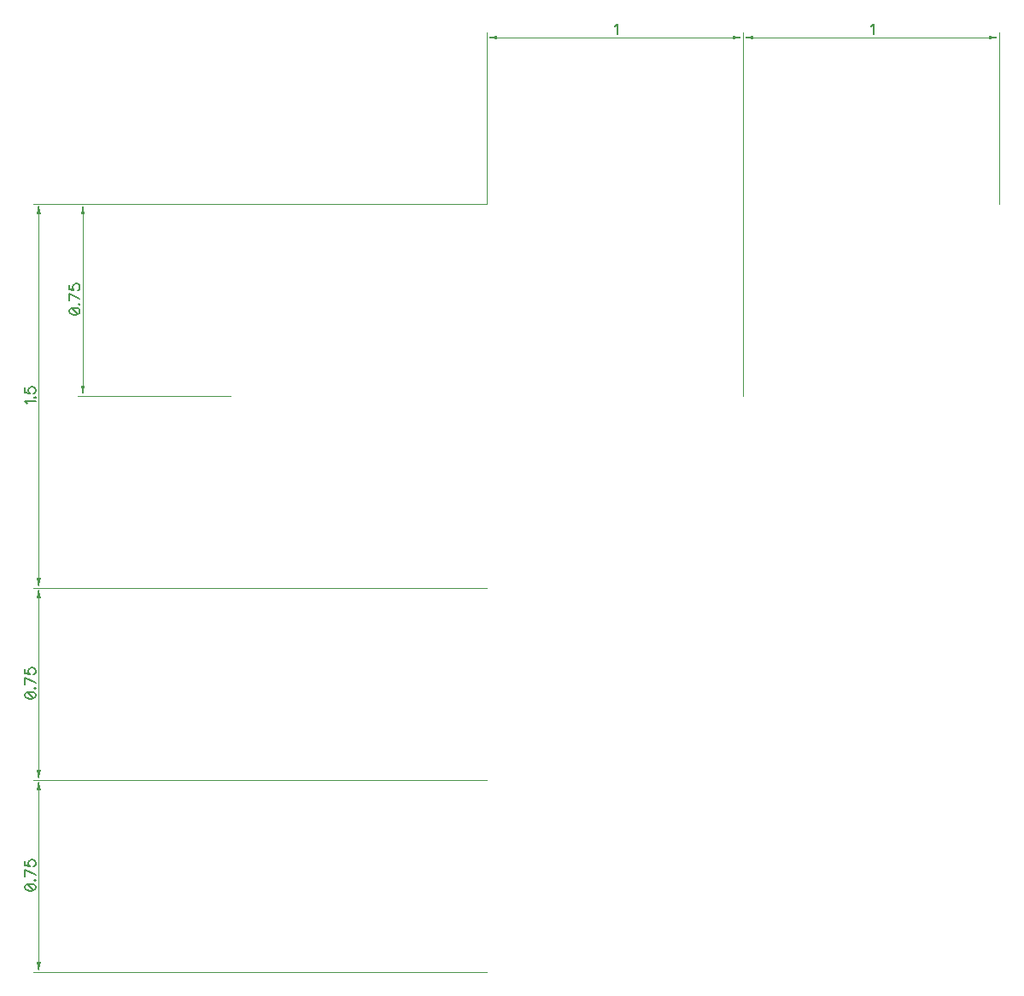
<source format=gbr>
G04 DipTrace 3.2.0.1*
G04 TopDimension.gbr*
%MOIN*%
G04 #@! TF.FileFunction,Drawing,Top*
G04 #@! TF.Part,Single*
%ADD13C,0.001378*%
%ADD81C,0.006176*%
%FSLAX26Y26*%
G04*
G70*
G90*
G75*
G01*
G04 TopDimension*
%LPD*%
X1843996Y3944000D2*
D13*
X74315D1*
X1843996Y2444000D2*
X74315D1*
X94000Y3194000D2*
Y3904630D1*
G36*
Y3944000D2*
X101874Y3904630D1*
X86126D1*
X94000Y3944000D1*
G37*
Y3194000D2*
D13*
Y2483370D1*
G36*
Y2444000D2*
X86126Y2483370D1*
X101874D1*
X94000Y2444000D1*
G37*
X3843996Y3944000D2*
D13*
Y4613685D1*
X2844000Y3194000D2*
Y4613685D1*
X3343998Y4594000D2*
X3804626D1*
G36*
X3843996D2*
X3804626Y4586126D1*
Y4601874D1*
X3843996Y4594000D1*
G37*
X3343998D2*
D13*
X2883370D1*
G36*
X2844000D2*
X2883370Y4601874D1*
Y4586126D1*
X2844000Y4594000D1*
G37*
X1843996Y2444000D2*
D13*
X74315D1*
X1844000Y1694000D2*
X74315D1*
X94000Y2069000D2*
Y2404630D1*
G36*
Y2444000D2*
X101874Y2404630D1*
X86126D1*
X94000Y2444000D1*
G37*
Y2069000D2*
D13*
Y1733370D1*
G36*
Y1694000D2*
X86126Y1733370D1*
X101874D1*
X94000Y1694000D1*
G37*
X1844000D2*
D13*
X74315D1*
X1844000Y944008D2*
X74315D1*
X94000Y1319004D2*
Y1654630D1*
G36*
Y1694000D2*
X101874Y1654630D1*
X86126D1*
X94000Y1694000D1*
G37*
Y1319004D2*
D13*
Y983378D1*
G36*
Y944008D2*
X86126Y983378D1*
X101874D1*
X94000Y944008D1*
G37*
X843996Y3944000D2*
D13*
X247150D1*
X844000Y3194000D2*
X247150D1*
X266835Y3569000D2*
Y3904630D1*
G36*
Y3944000D2*
X274709Y3904630D1*
X258961D1*
X266835Y3944000D1*
G37*
Y3569000D2*
D13*
Y3233370D1*
G36*
Y3194000D2*
X258961Y3233370D1*
X274709D1*
X266835Y3194000D1*
G37*
X1843996Y3944000D2*
D13*
Y4613685D1*
X2844000Y3194000D2*
Y4613685D1*
X2343998Y4594000D2*
X1883366D1*
G36*
X1843996D2*
X1883366Y4601874D1*
Y4586126D1*
X1843996Y4594000D1*
G37*
X2343998D2*
D13*
X2804630D1*
G36*
X2844000D2*
X2804630Y4586126D1*
Y4601874D1*
X2844000Y4594000D1*
G37*
X49291Y3164618D2*
D81*
X47345Y3168465D1*
X41641Y3174213D1*
X81789D1*
X77942Y3188466D2*
X79888Y3186565D1*
X81789Y3188466D1*
X79888Y3190411D1*
X77942Y3188466D1*
X41641Y3225711D2*
Y3206609D1*
X58841Y3204708D1*
X56940Y3206609D1*
X54995Y3212357D1*
Y3218061D1*
X56940Y3223809D1*
X60743Y3227656D1*
X66491Y3229557D1*
X70293D1*
X76041Y3227656D1*
X79888Y3223809D1*
X81789Y3218061D1*
Y3212357D1*
X79888Y3206609D1*
X77942Y3204708D1*
X74140Y3202763D1*
X3342288Y4638709D2*
X3346135Y4640655D1*
X3351883Y4646359D1*
Y4606211D1*
X41641Y2022941D2*
X43543Y2017193D1*
X49291Y2013347D1*
X58841Y2011445D1*
X64589D1*
X74140Y2013347D1*
X79888Y2017193D1*
X81789Y2022941D1*
Y2026744D1*
X79888Y2032492D1*
X74140Y2036295D1*
X64589Y2038240D1*
X58841D1*
X49291Y2036295D1*
X43543Y2032492D1*
X41641Y2026744D1*
Y2022941D1*
X49291Y2036295D2*
X74140Y2013347D1*
X77942Y2052493D2*
X79888Y2050591D1*
X81789Y2052493D1*
X79888Y2054438D1*
X77942Y2052493D1*
X81789Y2074439D2*
X41641Y2093584D1*
Y2066790D1*
Y2128884D2*
Y2109782D1*
X58841Y2107881D1*
X56940Y2109782D1*
X54995Y2115530D1*
Y2121234D1*
X56940Y2126982D1*
X60743Y2130829D1*
X66491Y2132730D1*
X70293D1*
X76041Y2130829D1*
X79888Y2126982D1*
X81789Y2121234D1*
Y2115530D1*
X79888Y2109782D1*
X77942Y2107881D1*
X74140Y2105936D1*
X41641Y1272945D2*
X43543Y1267197D1*
X49291Y1263351D1*
X58841Y1261449D1*
X64589D1*
X74140Y1263351D1*
X79888Y1267197D1*
X81789Y1272945D1*
Y1276748D1*
X79888Y1282496D1*
X74140Y1286298D1*
X64589Y1288244D1*
X58841D1*
X49291Y1286298D1*
X43543Y1282496D1*
X41641Y1276748D1*
Y1272945D1*
X49291Y1286298D2*
X74140Y1263351D1*
X77942Y1302497D2*
X79888Y1300595D1*
X81789Y1302497D1*
X79888Y1304442D1*
X77942Y1302497D1*
X81789Y1324443D2*
X41641Y1343588D1*
Y1316794D1*
Y1378888D2*
Y1359786D1*
X58841Y1357885D1*
X56940Y1359786D1*
X54995Y1365534D1*
Y1371238D1*
X56940Y1376986D1*
X60743Y1380833D1*
X66491Y1382734D1*
X70293D1*
X76041Y1380833D1*
X79888Y1376986D1*
X81789Y1371238D1*
Y1365534D1*
X79888Y1359786D1*
X77942Y1357885D1*
X74140Y1355940D1*
X214476Y3522941D2*
X216377Y3517193D1*
X222125Y3513347D1*
X231676Y3511445D1*
X237424D1*
X246975Y3513347D1*
X252723Y3517193D1*
X254624Y3522941D1*
Y3526744D1*
X252723Y3532492D1*
X246975Y3536295D1*
X237424Y3538240D1*
X231676D1*
X222125Y3536295D1*
X216377Y3532492D1*
X214476Y3526744D1*
Y3522941D1*
X222125Y3536295D2*
X246975Y3513347D1*
X250777Y3552493D2*
X252723Y3550591D1*
X254624Y3552493D1*
X252723Y3554438D1*
X250777Y3552493D1*
X254624Y3574439D2*
X214476Y3593584D1*
Y3566790D1*
Y3628884D2*
Y3609782D1*
X231676Y3607881D1*
X229775Y3609782D1*
X227829Y3615530D1*
Y3621234D1*
X229775Y3626982D1*
X233577Y3630829D1*
X239325Y3632730D1*
X243128D1*
X248876Y3630829D1*
X252723Y3626982D1*
X254624Y3621234D1*
Y3615530D1*
X252723Y3609782D1*
X250777Y3607881D1*
X246975Y3605936D1*
X2342288Y4638709D2*
X2346135Y4640655D1*
X2351883Y4646359D1*
Y4606211D1*
M02*

</source>
